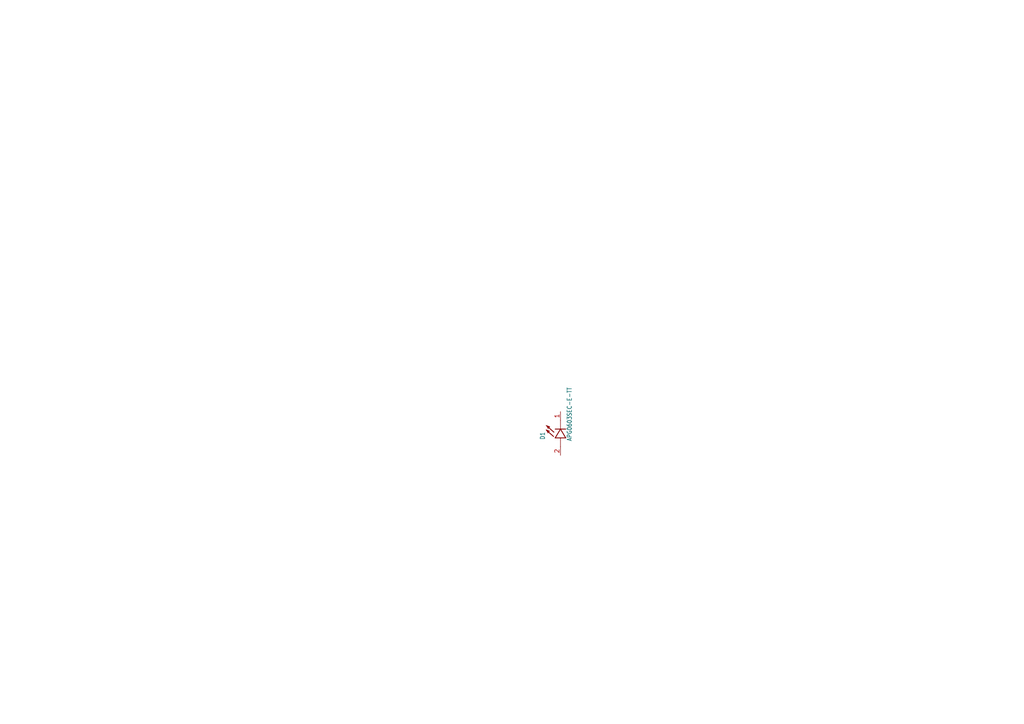
<source format=kicad_sch>
(kicad_sch (version 20231120) (generator "eeschema") (generator_version "8.0")
  (paper "A4")
  (lib_symbols
    (symbol "pre_schematic_v1-eagle-import:APG0603SEC-E-TT"
      (property "Reference" "D1" (at -3.0988 4.4958 0))
      (property "Value" "APG0603SEC-E-TT" (at -3.556 -3.302 0))
      (symbol "APG0603SEC-E-TT_1_0"
        (polyline (pts (xy -2.54 -1.524) (xy 0 0)) (stroke (width 0.254)))
        (polyline (pts (xy -2.54 0) (xy -5.08 0)) (stroke (width 0.1524)))
        (polyline (pts (xy -2.54 0) (xy -2.54 -1.524)) (stroke (width 0.254)))
        (polyline (pts (xy -2.54 1.524) (xy -2.54 0)) (stroke (width 0.254)))
        (polyline (pts (xy -0.3556 4.0386) (xy -2.1336 2.0066)) (stroke (width 0.254)))
        (polyline (pts (xy 0 0) (xy -2.54 1.524)) (stroke (width 0.254)))
        (polyline (pts (xy 0 0) (xy 0 -1.524)) (stroke (width 0.254)))
        (polyline (pts (xy 0 1.524) (xy 0 0)) (stroke (width 0.254)))
        (polyline (pts (xy 0.889 3.937) (xy -0.889 1.905)) (stroke (width 0.254)))
        (polyline (pts (xy 2.54 0) (xy 0 0)) (stroke (width 0.1524)))
        (polyline (pts (xy 0.127 3.6195) (xy 0.6985 3.1115) (xy 1.0795 4.191)) (stroke (width 0.1524)) (fill (type outline)))
        (polyline (pts (xy -1.143 3.683) (xy -0.5715 3.175) (xy -0.1905 4.1909) (xy -0.1905 4.191)) (stroke (width 0.1524)) (fill (type outline)))
        (pin passive line (at 5.08 0 180) (length 2.54) (name "K") (number "1"))
        (pin passive line (at -7.62 0 0) (length 2.54) (name "A") (number "2"))
      )
    )
  )
  (symbol (lib_id "pre_schematic_v1-eagle-import:APG0603SEC-E-TT") (at 162.56 124.46 90) (unit 1)
    (property "Reference" "D1" (at 158.0642 127.5588 0) (effects (font (size 1.27 1.0795)) (justify left bottom)))
    (property "Value" "APG0603SEC-E-TT" (at 165.862 128.016 0) (effects (font (size 1.27 1.0795)) (justify left bottom)))
    (property "Footprint" "pre_schematic_v1:LED_APG0603SEC-E-TT" (effects (hide yes)))
    (property "Description" "https://pricing.snapeda.com/parts/APG0603SEC-E-TT/Kingbright/view-part?ref=eda Check availability" (effects (hide yes)))
  )
)
</source>
